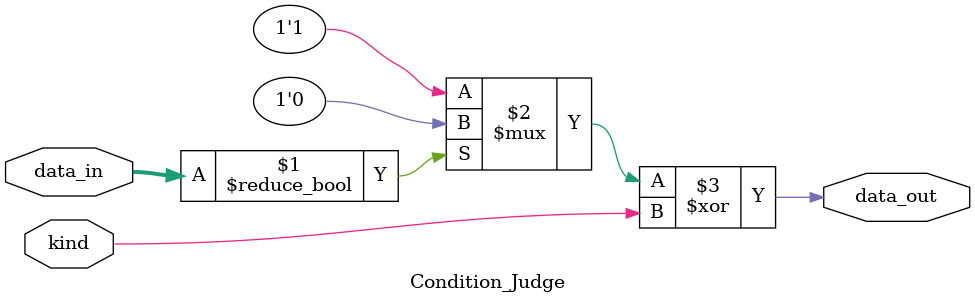
<source format=v>
`timescale 1ns / 1ps
module Condition_Judge(
    output data_out,
	 input kind,
    input [15 : 0] data_in
    );

	assign data_out = (data_in ? 1'b0 : 1'b1)^kind;

endmodule

</source>
